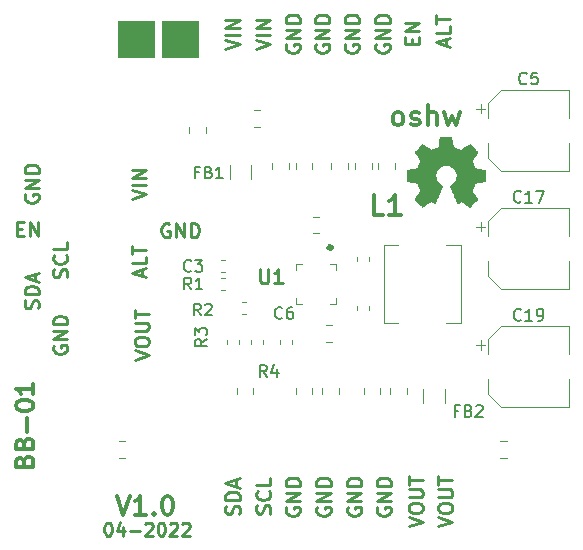
<source format=gbr>
%TF.GenerationSoftware,KiCad,Pcbnew,(5.1.6)-1*%
%TF.CreationDate,2022-04-15T15:17:14-04:00*%
%TF.ProjectId,MP28167 - Breakout,4d503238-3136-4372-902d-20427265616b,V1.0*%
%TF.SameCoordinates,Original*%
%TF.FileFunction,Legend,Top*%
%TF.FilePolarity,Positive*%
%FSLAX46Y46*%
G04 Gerber Fmt 4.6, Leading zero omitted, Abs format (unit mm)*
G04 Created by KiCad (PCBNEW (5.1.6)-1) date 2022-04-15 15:17:14*
%MOMM*%
%LPD*%
G01*
G04 APERTURE LIST*
%ADD10C,0.100000*%
%ADD11C,0.300000*%
%ADD12C,0.250000*%
%ADD13C,0.400000*%
%ADD14C,0.220000*%
%ADD15C,0.350000*%
%ADD16C,0.120000*%
%ADD17C,0.010000*%
%ADD18C,0.150000*%
%ADD19C,0.200000*%
G04 APERTURE END LIST*
D10*
G36*
X85000000Y-94250000D02*
G01*
X82000000Y-94250000D01*
X82000000Y-91250000D01*
X85000000Y-91250000D01*
X85000000Y-94250000D01*
G37*
X85000000Y-94250000D02*
X82000000Y-94250000D01*
X82000000Y-91250000D01*
X85000000Y-91250000D01*
X85000000Y-94250000D01*
G36*
X81250000Y-94250000D02*
G01*
X78250000Y-94250000D01*
X78250000Y-91250000D01*
X81250000Y-91250000D01*
X81250000Y-94250000D01*
G37*
X81250000Y-94250000D02*
X78250000Y-94250000D01*
X78250000Y-91250000D01*
X81250000Y-91250000D01*
X81250000Y-94250000D01*
D11*
X70292857Y-128500000D02*
X70364285Y-128285714D01*
X70435714Y-128214285D01*
X70578571Y-128142857D01*
X70792857Y-128142857D01*
X70935714Y-128214285D01*
X71007142Y-128285714D01*
X71078571Y-128428571D01*
X71078571Y-129000000D01*
X69578571Y-129000000D01*
X69578571Y-128500000D01*
X69650000Y-128357142D01*
X69721428Y-128285714D01*
X69864285Y-128214285D01*
X70007142Y-128214285D01*
X70150000Y-128285714D01*
X70221428Y-128357142D01*
X70292857Y-128500000D01*
X70292857Y-129000000D01*
X70292857Y-127000000D02*
X70364285Y-126785714D01*
X70435714Y-126714285D01*
X70578571Y-126642857D01*
X70792857Y-126642857D01*
X70935714Y-126714285D01*
X71007142Y-126785714D01*
X71078571Y-126928571D01*
X71078571Y-127500000D01*
X69578571Y-127500000D01*
X69578571Y-127000000D01*
X69650000Y-126857142D01*
X69721428Y-126785714D01*
X69864285Y-126714285D01*
X70007142Y-126714285D01*
X70150000Y-126785714D01*
X70221428Y-126857142D01*
X70292857Y-127000000D01*
X70292857Y-127500000D01*
X70507142Y-126000000D02*
X70507142Y-124857142D01*
X69578571Y-123857142D02*
X69578571Y-123714285D01*
X69650000Y-123571428D01*
X69721428Y-123500000D01*
X69864285Y-123428571D01*
X70150000Y-123357142D01*
X70507142Y-123357142D01*
X70792857Y-123428571D01*
X70935714Y-123500000D01*
X71007142Y-123571428D01*
X71078571Y-123714285D01*
X71078571Y-123857142D01*
X71007142Y-124000000D01*
X70935714Y-124071428D01*
X70792857Y-124142857D01*
X70507142Y-124214285D01*
X70150000Y-124214285D01*
X69864285Y-124142857D01*
X69721428Y-124071428D01*
X69650000Y-124000000D01*
X69578571Y-123857142D01*
X71078571Y-121928571D02*
X71078571Y-122785714D01*
X71078571Y-122357142D02*
X69578571Y-122357142D01*
X69792857Y-122500000D01*
X69935714Y-122642857D01*
X70007142Y-122785714D01*
D12*
X80300000Y-112828571D02*
X80300000Y-112257142D01*
X80642857Y-112942857D02*
X79442857Y-112542857D01*
X80642857Y-112142857D01*
X80642857Y-111171428D02*
X80642857Y-111742857D01*
X79442857Y-111742857D01*
X79442857Y-110942857D02*
X79442857Y-110257142D01*
X80642857Y-110600000D02*
X79442857Y-110600000D01*
X69714285Y-108814285D02*
X70114285Y-108814285D01*
X70285714Y-109442857D02*
X69714285Y-109442857D01*
X69714285Y-108242857D01*
X70285714Y-108242857D01*
X70800000Y-109442857D02*
X70800000Y-108242857D01*
X71485714Y-109442857D01*
X71485714Y-108242857D01*
X71485714Y-115557142D02*
X71542857Y-115385714D01*
X71542857Y-115100000D01*
X71485714Y-114985714D01*
X71428571Y-114928571D01*
X71314285Y-114871428D01*
X71200000Y-114871428D01*
X71085714Y-114928571D01*
X71028571Y-114985714D01*
X70971428Y-115100000D01*
X70914285Y-115328571D01*
X70857142Y-115442857D01*
X70800000Y-115500000D01*
X70685714Y-115557142D01*
X70571428Y-115557142D01*
X70457142Y-115500000D01*
X70400000Y-115442857D01*
X70342857Y-115328571D01*
X70342857Y-115042857D01*
X70400000Y-114871428D01*
X71542857Y-114357142D02*
X70342857Y-114357142D01*
X70342857Y-114071428D01*
X70400000Y-113900000D01*
X70514285Y-113785714D01*
X70628571Y-113728571D01*
X70857142Y-113671428D01*
X71028571Y-113671428D01*
X71257142Y-113728571D01*
X71371428Y-113785714D01*
X71485714Y-113900000D01*
X71542857Y-114071428D01*
X71542857Y-114357142D01*
X71200000Y-113214285D02*
X71200000Y-112642857D01*
X71542857Y-113328571D02*
X70342857Y-112928571D01*
X71542857Y-112528571D01*
X73885714Y-112928571D02*
X73942857Y-112757142D01*
X73942857Y-112471428D01*
X73885714Y-112357142D01*
X73828571Y-112300000D01*
X73714285Y-112242857D01*
X73600000Y-112242857D01*
X73485714Y-112300000D01*
X73428571Y-112357142D01*
X73371428Y-112471428D01*
X73314285Y-112700000D01*
X73257142Y-112814285D01*
X73200000Y-112871428D01*
X73085714Y-112928571D01*
X72971428Y-112928571D01*
X72857142Y-112871428D01*
X72800000Y-112814285D01*
X72742857Y-112700000D01*
X72742857Y-112414285D01*
X72800000Y-112242857D01*
X73828571Y-111042857D02*
X73885714Y-111100000D01*
X73942857Y-111271428D01*
X73942857Y-111385714D01*
X73885714Y-111557142D01*
X73771428Y-111671428D01*
X73657142Y-111728571D01*
X73428571Y-111785714D01*
X73257142Y-111785714D01*
X73028571Y-111728571D01*
X72914285Y-111671428D01*
X72800000Y-111557142D01*
X72742857Y-111385714D01*
X72742857Y-111271428D01*
X72800000Y-111100000D01*
X72857142Y-111042857D01*
X73942857Y-109957142D02*
X73942857Y-110528571D01*
X72742857Y-110528571D01*
X79642857Y-119914285D02*
X80842857Y-119514285D01*
X79642857Y-119114285D01*
X79642857Y-118485714D02*
X79642857Y-118257142D01*
X79700000Y-118142857D01*
X79814285Y-118028571D01*
X80042857Y-117971428D01*
X80442857Y-117971428D01*
X80671428Y-118028571D01*
X80785714Y-118142857D01*
X80842857Y-118257142D01*
X80842857Y-118485714D01*
X80785714Y-118600000D01*
X80671428Y-118714285D01*
X80442857Y-118771428D01*
X80042857Y-118771428D01*
X79814285Y-118714285D01*
X79700000Y-118600000D01*
X79642857Y-118485714D01*
X79642857Y-117457142D02*
X80614285Y-117457142D01*
X80728571Y-117400000D01*
X80785714Y-117342857D01*
X80842857Y-117228571D01*
X80842857Y-117000000D01*
X80785714Y-116885714D01*
X80728571Y-116828571D01*
X80614285Y-116771428D01*
X79642857Y-116771428D01*
X79642857Y-116371428D02*
X79642857Y-115685714D01*
X80842857Y-116028571D02*
X79642857Y-116028571D01*
X79442857Y-106314285D02*
X80642857Y-105914285D01*
X79442857Y-105514285D01*
X80642857Y-105114285D02*
X79442857Y-105114285D01*
X80642857Y-104542857D02*
X79442857Y-104542857D01*
X80642857Y-103857142D01*
X79442857Y-103857142D01*
X70400000Y-105914285D02*
X70342857Y-106028571D01*
X70342857Y-106200000D01*
X70400000Y-106371428D01*
X70514285Y-106485714D01*
X70628571Y-106542857D01*
X70857142Y-106600000D01*
X71028571Y-106600000D01*
X71257142Y-106542857D01*
X71371428Y-106485714D01*
X71485714Y-106371428D01*
X71542857Y-106200000D01*
X71542857Y-106085714D01*
X71485714Y-105914285D01*
X71428571Y-105857142D01*
X71028571Y-105857142D01*
X71028571Y-106085714D01*
X71542857Y-105342857D02*
X70342857Y-105342857D01*
X71542857Y-104657142D01*
X70342857Y-104657142D01*
X71542857Y-104085714D02*
X70342857Y-104085714D01*
X70342857Y-103800000D01*
X70400000Y-103628571D01*
X70514285Y-103514285D01*
X70628571Y-103457142D01*
X70857142Y-103400000D01*
X71028571Y-103400000D01*
X71257142Y-103457142D01*
X71371428Y-103514285D01*
X71485714Y-103628571D01*
X71542857Y-103800000D01*
X71542857Y-104085714D01*
X82585714Y-108400000D02*
X82471428Y-108342857D01*
X82300000Y-108342857D01*
X82128571Y-108400000D01*
X82014285Y-108514285D01*
X81957142Y-108628571D01*
X81900000Y-108857142D01*
X81900000Y-109028571D01*
X81957142Y-109257142D01*
X82014285Y-109371428D01*
X82128571Y-109485714D01*
X82300000Y-109542857D01*
X82414285Y-109542857D01*
X82585714Y-109485714D01*
X82642857Y-109428571D01*
X82642857Y-109028571D01*
X82414285Y-109028571D01*
X83157142Y-109542857D02*
X83157142Y-108342857D01*
X83842857Y-109542857D01*
X83842857Y-108342857D01*
X84414285Y-109542857D02*
X84414285Y-108342857D01*
X84700000Y-108342857D01*
X84871428Y-108400000D01*
X84985714Y-108514285D01*
X85042857Y-108628571D01*
X85100000Y-108857142D01*
X85100000Y-109028571D01*
X85042857Y-109257142D01*
X84985714Y-109371428D01*
X84871428Y-109485714D01*
X84700000Y-109542857D01*
X84414285Y-109542857D01*
X72800000Y-118714285D02*
X72742857Y-118828571D01*
X72742857Y-119000000D01*
X72800000Y-119171428D01*
X72914285Y-119285714D01*
X73028571Y-119342857D01*
X73257142Y-119400000D01*
X73428571Y-119400000D01*
X73657142Y-119342857D01*
X73771428Y-119285714D01*
X73885714Y-119171428D01*
X73942857Y-119000000D01*
X73942857Y-118885714D01*
X73885714Y-118714285D01*
X73828571Y-118657142D01*
X73428571Y-118657142D01*
X73428571Y-118885714D01*
X73942857Y-118142857D02*
X72742857Y-118142857D01*
X73942857Y-117457142D01*
X72742857Y-117457142D01*
X73942857Y-116885714D02*
X72742857Y-116885714D01*
X72742857Y-116600000D01*
X72800000Y-116428571D01*
X72914285Y-116314285D01*
X73028571Y-116257142D01*
X73257142Y-116200000D01*
X73428571Y-116200000D01*
X73657142Y-116257142D01*
X73771428Y-116314285D01*
X73885714Y-116428571D01*
X73942857Y-116600000D01*
X73942857Y-116885714D01*
D13*
X96341421Y-110400000D02*
G75*
G03*
X96341421Y-110400000I-141421J0D01*
G01*
D12*
X87342857Y-93614285D02*
X88542857Y-93214285D01*
X87342857Y-92814285D01*
X88542857Y-92414285D02*
X87342857Y-92414285D01*
X88542857Y-91842857D02*
X87342857Y-91842857D01*
X88542857Y-91157142D01*
X87342857Y-91157142D01*
X89942857Y-93614285D02*
X91142857Y-93214285D01*
X89942857Y-92814285D01*
X91142857Y-92414285D02*
X89942857Y-92414285D01*
X91142857Y-91842857D02*
X89942857Y-91842857D01*
X91142857Y-91157142D01*
X89942857Y-91157142D01*
X106000000Y-93328571D02*
X106000000Y-92757142D01*
X106342857Y-93442857D02*
X105142857Y-93042857D01*
X106342857Y-92642857D01*
X106342857Y-91671428D02*
X106342857Y-92242857D01*
X105142857Y-92242857D01*
X105142857Y-91442857D02*
X105142857Y-90757142D01*
X106342857Y-91100000D02*
X105142857Y-91100000D01*
X103114285Y-93185714D02*
X103114285Y-92785714D01*
X103742857Y-92614285D02*
X103742857Y-93185714D01*
X102542857Y-93185714D01*
X102542857Y-92614285D01*
X103742857Y-92100000D02*
X102542857Y-92100000D01*
X103742857Y-91414285D01*
X102542857Y-91414285D01*
X100100000Y-93214285D02*
X100042857Y-93328571D01*
X100042857Y-93500000D01*
X100100000Y-93671428D01*
X100214285Y-93785714D01*
X100328571Y-93842857D01*
X100557142Y-93900000D01*
X100728571Y-93900000D01*
X100957142Y-93842857D01*
X101071428Y-93785714D01*
X101185714Y-93671428D01*
X101242857Y-93500000D01*
X101242857Y-93385714D01*
X101185714Y-93214285D01*
X101128571Y-93157142D01*
X100728571Y-93157142D01*
X100728571Y-93385714D01*
X101242857Y-92642857D02*
X100042857Y-92642857D01*
X101242857Y-91957142D01*
X100042857Y-91957142D01*
X101242857Y-91385714D02*
X100042857Y-91385714D01*
X100042857Y-91100000D01*
X100100000Y-90928571D01*
X100214285Y-90814285D01*
X100328571Y-90757142D01*
X100557142Y-90700000D01*
X100728571Y-90700000D01*
X100957142Y-90757142D01*
X101071428Y-90814285D01*
X101185714Y-90928571D01*
X101242857Y-91100000D01*
X101242857Y-91385714D01*
X97500000Y-93214285D02*
X97442857Y-93328571D01*
X97442857Y-93500000D01*
X97500000Y-93671428D01*
X97614285Y-93785714D01*
X97728571Y-93842857D01*
X97957142Y-93900000D01*
X98128571Y-93900000D01*
X98357142Y-93842857D01*
X98471428Y-93785714D01*
X98585714Y-93671428D01*
X98642857Y-93500000D01*
X98642857Y-93385714D01*
X98585714Y-93214285D01*
X98528571Y-93157142D01*
X98128571Y-93157142D01*
X98128571Y-93385714D01*
X98642857Y-92642857D02*
X97442857Y-92642857D01*
X98642857Y-91957142D01*
X97442857Y-91957142D01*
X98642857Y-91385714D02*
X97442857Y-91385714D01*
X97442857Y-91100000D01*
X97500000Y-90928571D01*
X97614285Y-90814285D01*
X97728571Y-90757142D01*
X97957142Y-90700000D01*
X98128571Y-90700000D01*
X98357142Y-90757142D01*
X98471428Y-90814285D01*
X98585714Y-90928571D01*
X98642857Y-91100000D01*
X98642857Y-91385714D01*
X95000000Y-93214285D02*
X94942857Y-93328571D01*
X94942857Y-93500000D01*
X95000000Y-93671428D01*
X95114285Y-93785714D01*
X95228571Y-93842857D01*
X95457142Y-93900000D01*
X95628571Y-93900000D01*
X95857142Y-93842857D01*
X95971428Y-93785714D01*
X96085714Y-93671428D01*
X96142857Y-93500000D01*
X96142857Y-93385714D01*
X96085714Y-93214285D01*
X96028571Y-93157142D01*
X95628571Y-93157142D01*
X95628571Y-93385714D01*
X96142857Y-92642857D02*
X94942857Y-92642857D01*
X96142857Y-91957142D01*
X94942857Y-91957142D01*
X96142857Y-91385714D02*
X94942857Y-91385714D01*
X94942857Y-91100000D01*
X95000000Y-90928571D01*
X95114285Y-90814285D01*
X95228571Y-90757142D01*
X95457142Y-90700000D01*
X95628571Y-90700000D01*
X95857142Y-90757142D01*
X95971428Y-90814285D01*
X96085714Y-90928571D01*
X96142857Y-91100000D01*
X96142857Y-91385714D01*
X92500000Y-93214285D02*
X92442857Y-93328571D01*
X92442857Y-93500000D01*
X92500000Y-93671428D01*
X92614285Y-93785714D01*
X92728571Y-93842857D01*
X92957142Y-93900000D01*
X93128571Y-93900000D01*
X93357142Y-93842857D01*
X93471428Y-93785714D01*
X93585714Y-93671428D01*
X93642857Y-93500000D01*
X93642857Y-93385714D01*
X93585714Y-93214285D01*
X93528571Y-93157142D01*
X93128571Y-93157142D01*
X93128571Y-93385714D01*
X93642857Y-92642857D02*
X92442857Y-92642857D01*
X93642857Y-91957142D01*
X92442857Y-91957142D01*
X93642857Y-91385714D02*
X92442857Y-91385714D01*
X92442857Y-91100000D01*
X92500000Y-90928571D01*
X92614285Y-90814285D01*
X92728571Y-90757142D01*
X92957142Y-90700000D01*
X93128571Y-90700000D01*
X93357142Y-90757142D01*
X93471428Y-90814285D01*
X93585714Y-90928571D01*
X93642857Y-91100000D01*
X93642857Y-91385714D01*
X105342857Y-134014285D02*
X106542857Y-133614285D01*
X105342857Y-133214285D01*
X105342857Y-132585714D02*
X105342857Y-132357142D01*
X105400000Y-132242857D01*
X105514285Y-132128571D01*
X105742857Y-132071428D01*
X106142857Y-132071428D01*
X106371428Y-132128571D01*
X106485714Y-132242857D01*
X106542857Y-132357142D01*
X106542857Y-132585714D01*
X106485714Y-132700000D01*
X106371428Y-132814285D01*
X106142857Y-132871428D01*
X105742857Y-132871428D01*
X105514285Y-132814285D01*
X105400000Y-132700000D01*
X105342857Y-132585714D01*
X105342857Y-131557142D02*
X106314285Y-131557142D01*
X106428571Y-131500000D01*
X106485714Y-131442857D01*
X106542857Y-131328571D01*
X106542857Y-131100000D01*
X106485714Y-130985714D01*
X106428571Y-130928571D01*
X106314285Y-130871428D01*
X105342857Y-130871428D01*
X105342857Y-130471428D02*
X105342857Y-129785714D01*
X106542857Y-130128571D02*
X105342857Y-130128571D01*
X102842857Y-134014285D02*
X104042857Y-133614285D01*
X102842857Y-133214285D01*
X102842857Y-132585714D02*
X102842857Y-132357142D01*
X102900000Y-132242857D01*
X103014285Y-132128571D01*
X103242857Y-132071428D01*
X103642857Y-132071428D01*
X103871428Y-132128571D01*
X103985714Y-132242857D01*
X104042857Y-132357142D01*
X104042857Y-132585714D01*
X103985714Y-132700000D01*
X103871428Y-132814285D01*
X103642857Y-132871428D01*
X103242857Y-132871428D01*
X103014285Y-132814285D01*
X102900000Y-132700000D01*
X102842857Y-132585714D01*
X102842857Y-131557142D02*
X103814285Y-131557142D01*
X103928571Y-131500000D01*
X103985714Y-131442857D01*
X104042857Y-131328571D01*
X104042857Y-131100000D01*
X103985714Y-130985714D01*
X103928571Y-130928571D01*
X103814285Y-130871428D01*
X102842857Y-130871428D01*
X102842857Y-130471428D02*
X102842857Y-129785714D01*
X104042857Y-130128571D02*
X102842857Y-130128571D01*
X100200000Y-132414285D02*
X100142857Y-132528571D01*
X100142857Y-132700000D01*
X100200000Y-132871428D01*
X100314285Y-132985714D01*
X100428571Y-133042857D01*
X100657142Y-133100000D01*
X100828571Y-133100000D01*
X101057142Y-133042857D01*
X101171428Y-132985714D01*
X101285714Y-132871428D01*
X101342857Y-132700000D01*
X101342857Y-132585714D01*
X101285714Y-132414285D01*
X101228571Y-132357142D01*
X100828571Y-132357142D01*
X100828571Y-132585714D01*
X101342857Y-131842857D02*
X100142857Y-131842857D01*
X101342857Y-131157142D01*
X100142857Y-131157142D01*
X101342857Y-130585714D02*
X100142857Y-130585714D01*
X100142857Y-130300000D01*
X100200000Y-130128571D01*
X100314285Y-130014285D01*
X100428571Y-129957142D01*
X100657142Y-129900000D01*
X100828571Y-129900000D01*
X101057142Y-129957142D01*
X101171428Y-130014285D01*
X101285714Y-130128571D01*
X101342857Y-130300000D01*
X101342857Y-130585714D01*
X97700000Y-132414285D02*
X97642857Y-132528571D01*
X97642857Y-132700000D01*
X97700000Y-132871428D01*
X97814285Y-132985714D01*
X97928571Y-133042857D01*
X98157142Y-133100000D01*
X98328571Y-133100000D01*
X98557142Y-133042857D01*
X98671428Y-132985714D01*
X98785714Y-132871428D01*
X98842857Y-132700000D01*
X98842857Y-132585714D01*
X98785714Y-132414285D01*
X98728571Y-132357142D01*
X98328571Y-132357142D01*
X98328571Y-132585714D01*
X98842857Y-131842857D02*
X97642857Y-131842857D01*
X98842857Y-131157142D01*
X97642857Y-131157142D01*
X98842857Y-130585714D02*
X97642857Y-130585714D01*
X97642857Y-130300000D01*
X97700000Y-130128571D01*
X97814285Y-130014285D01*
X97928571Y-129957142D01*
X98157142Y-129900000D01*
X98328571Y-129900000D01*
X98557142Y-129957142D01*
X98671428Y-130014285D01*
X98785714Y-130128571D01*
X98842857Y-130300000D01*
X98842857Y-130585714D01*
X95100000Y-132414285D02*
X95042857Y-132528571D01*
X95042857Y-132700000D01*
X95100000Y-132871428D01*
X95214285Y-132985714D01*
X95328571Y-133042857D01*
X95557142Y-133100000D01*
X95728571Y-133100000D01*
X95957142Y-133042857D01*
X96071428Y-132985714D01*
X96185714Y-132871428D01*
X96242857Y-132700000D01*
X96242857Y-132585714D01*
X96185714Y-132414285D01*
X96128571Y-132357142D01*
X95728571Y-132357142D01*
X95728571Y-132585714D01*
X96242857Y-131842857D02*
X95042857Y-131842857D01*
X96242857Y-131157142D01*
X95042857Y-131157142D01*
X96242857Y-130585714D02*
X95042857Y-130585714D01*
X95042857Y-130300000D01*
X95100000Y-130128571D01*
X95214285Y-130014285D01*
X95328571Y-129957142D01*
X95557142Y-129900000D01*
X95728571Y-129900000D01*
X95957142Y-129957142D01*
X96071428Y-130014285D01*
X96185714Y-130128571D01*
X96242857Y-130300000D01*
X96242857Y-130585714D01*
X92500000Y-132414285D02*
X92442857Y-132528571D01*
X92442857Y-132700000D01*
X92500000Y-132871428D01*
X92614285Y-132985714D01*
X92728571Y-133042857D01*
X92957142Y-133100000D01*
X93128571Y-133100000D01*
X93357142Y-133042857D01*
X93471428Y-132985714D01*
X93585714Y-132871428D01*
X93642857Y-132700000D01*
X93642857Y-132585714D01*
X93585714Y-132414285D01*
X93528571Y-132357142D01*
X93128571Y-132357142D01*
X93128571Y-132585714D01*
X93642857Y-131842857D02*
X92442857Y-131842857D01*
X93642857Y-131157142D01*
X92442857Y-131157142D01*
X93642857Y-130585714D02*
X92442857Y-130585714D01*
X92442857Y-130300000D01*
X92500000Y-130128571D01*
X92614285Y-130014285D01*
X92728571Y-129957142D01*
X92957142Y-129900000D01*
X93128571Y-129900000D01*
X93357142Y-129957142D01*
X93471428Y-130014285D01*
X93585714Y-130128571D01*
X93642857Y-130300000D01*
X93642857Y-130585714D01*
X91085714Y-132928571D02*
X91142857Y-132757142D01*
X91142857Y-132471428D01*
X91085714Y-132357142D01*
X91028571Y-132300000D01*
X90914285Y-132242857D01*
X90800000Y-132242857D01*
X90685714Y-132300000D01*
X90628571Y-132357142D01*
X90571428Y-132471428D01*
X90514285Y-132700000D01*
X90457142Y-132814285D01*
X90400000Y-132871428D01*
X90285714Y-132928571D01*
X90171428Y-132928571D01*
X90057142Y-132871428D01*
X90000000Y-132814285D01*
X89942857Y-132700000D01*
X89942857Y-132414285D01*
X90000000Y-132242857D01*
X91028571Y-131042857D02*
X91085714Y-131100000D01*
X91142857Y-131271428D01*
X91142857Y-131385714D01*
X91085714Y-131557142D01*
X90971428Y-131671428D01*
X90857142Y-131728571D01*
X90628571Y-131785714D01*
X90457142Y-131785714D01*
X90228571Y-131728571D01*
X90114285Y-131671428D01*
X90000000Y-131557142D01*
X89942857Y-131385714D01*
X89942857Y-131271428D01*
X90000000Y-131100000D01*
X90057142Y-131042857D01*
X91142857Y-129957142D02*
X91142857Y-130528571D01*
X89942857Y-130528571D01*
X88485714Y-132957142D02*
X88542857Y-132785714D01*
X88542857Y-132500000D01*
X88485714Y-132385714D01*
X88428571Y-132328571D01*
X88314285Y-132271428D01*
X88200000Y-132271428D01*
X88085714Y-132328571D01*
X88028571Y-132385714D01*
X87971428Y-132500000D01*
X87914285Y-132728571D01*
X87857142Y-132842857D01*
X87800000Y-132900000D01*
X87685714Y-132957142D01*
X87571428Y-132957142D01*
X87457142Y-132900000D01*
X87400000Y-132842857D01*
X87342857Y-132728571D01*
X87342857Y-132442857D01*
X87400000Y-132271428D01*
X88542857Y-131757142D02*
X87342857Y-131757142D01*
X87342857Y-131471428D01*
X87400000Y-131300000D01*
X87514285Y-131185714D01*
X87628571Y-131128571D01*
X87857142Y-131071428D01*
X88028571Y-131071428D01*
X88257142Y-131128571D01*
X88371428Y-131185714D01*
X88485714Y-131300000D01*
X88542857Y-131471428D01*
X88542857Y-131757142D01*
X88200000Y-130614285D02*
X88200000Y-130042857D01*
X88542857Y-130728571D02*
X87342857Y-130328571D01*
X88542857Y-129928571D01*
D14*
X77347619Y-133697619D02*
X77452380Y-133697619D01*
X77557142Y-133750000D01*
X77609523Y-133802380D01*
X77661904Y-133907142D01*
X77714285Y-134116666D01*
X77714285Y-134378571D01*
X77661904Y-134588095D01*
X77609523Y-134692857D01*
X77557142Y-134745238D01*
X77452380Y-134797619D01*
X77347619Y-134797619D01*
X77242857Y-134745238D01*
X77190476Y-134692857D01*
X77138095Y-134588095D01*
X77085714Y-134378571D01*
X77085714Y-134116666D01*
X77138095Y-133907142D01*
X77190476Y-133802380D01*
X77242857Y-133750000D01*
X77347619Y-133697619D01*
X78657142Y-134064285D02*
X78657142Y-134797619D01*
X78395238Y-133645238D02*
X78133333Y-134430952D01*
X78814285Y-134430952D01*
X79233333Y-134378571D02*
X80071428Y-134378571D01*
X80542857Y-133802380D02*
X80595238Y-133750000D01*
X80700000Y-133697619D01*
X80961904Y-133697619D01*
X81066666Y-133750000D01*
X81119047Y-133802380D01*
X81171428Y-133907142D01*
X81171428Y-134011904D01*
X81119047Y-134169047D01*
X80490476Y-134797619D01*
X81171428Y-134797619D01*
X81852380Y-133697619D02*
X81957142Y-133697619D01*
X82061904Y-133750000D01*
X82114285Y-133802380D01*
X82166666Y-133907142D01*
X82219047Y-134116666D01*
X82219047Y-134378571D01*
X82166666Y-134588095D01*
X82114285Y-134692857D01*
X82061904Y-134745238D01*
X81957142Y-134797619D01*
X81852380Y-134797619D01*
X81747619Y-134745238D01*
X81695238Y-134692857D01*
X81642857Y-134588095D01*
X81590476Y-134378571D01*
X81590476Y-134116666D01*
X81642857Y-133907142D01*
X81695238Y-133802380D01*
X81747619Y-133750000D01*
X81852380Y-133697619D01*
X82638095Y-133802380D02*
X82690476Y-133750000D01*
X82795238Y-133697619D01*
X83057142Y-133697619D01*
X83161904Y-133750000D01*
X83214285Y-133802380D01*
X83266666Y-133907142D01*
X83266666Y-134011904D01*
X83214285Y-134169047D01*
X82585714Y-134797619D01*
X83266666Y-134797619D01*
X83685714Y-133802380D02*
X83738095Y-133750000D01*
X83842857Y-133697619D01*
X84104761Y-133697619D01*
X84209523Y-133750000D01*
X84261904Y-133802380D01*
X84314285Y-133907142D01*
X84314285Y-134011904D01*
X84261904Y-134169047D01*
X83633333Y-134797619D01*
X84314285Y-134797619D01*
D15*
X101830952Y-100069047D02*
X101669047Y-99988095D01*
X101588095Y-99907142D01*
X101507142Y-99745238D01*
X101507142Y-99259523D01*
X101588095Y-99097619D01*
X101669047Y-99016666D01*
X101830952Y-98935714D01*
X102073809Y-98935714D01*
X102235714Y-99016666D01*
X102316666Y-99097619D01*
X102397619Y-99259523D01*
X102397619Y-99745238D01*
X102316666Y-99907142D01*
X102235714Y-99988095D01*
X102073809Y-100069047D01*
X101830952Y-100069047D01*
X103045238Y-99988095D02*
X103207142Y-100069047D01*
X103530952Y-100069047D01*
X103692857Y-99988095D01*
X103773809Y-99826190D01*
X103773809Y-99745238D01*
X103692857Y-99583333D01*
X103530952Y-99502380D01*
X103288095Y-99502380D01*
X103126190Y-99421428D01*
X103045238Y-99259523D01*
X103045238Y-99178571D01*
X103126190Y-99016666D01*
X103288095Y-98935714D01*
X103530952Y-98935714D01*
X103692857Y-99016666D01*
X104502380Y-100069047D02*
X104502380Y-98369047D01*
X105230952Y-100069047D02*
X105230952Y-99178571D01*
X105150000Y-99016666D01*
X104988095Y-98935714D01*
X104745238Y-98935714D01*
X104583333Y-99016666D01*
X104502380Y-99097619D01*
X105878571Y-98935714D02*
X106202380Y-100069047D01*
X106526190Y-99259523D01*
X106850000Y-100069047D01*
X107173809Y-98935714D01*
X78161904Y-131423809D02*
X78695238Y-133023809D01*
X79228571Y-131423809D01*
X80600000Y-133023809D02*
X79685714Y-133023809D01*
X80142857Y-133023809D02*
X80142857Y-131423809D01*
X79990476Y-131652380D01*
X79838095Y-131804761D01*
X79685714Y-131880952D01*
X81285714Y-132871428D02*
X81361904Y-132947619D01*
X81285714Y-133023809D01*
X81209523Y-132947619D01*
X81285714Y-132871428D01*
X81285714Y-133023809D01*
X82352380Y-131423809D02*
X82504761Y-131423809D01*
X82657142Y-131500000D01*
X82733333Y-131576190D01*
X82809523Y-131728571D01*
X82885714Y-132033333D01*
X82885714Y-132414285D01*
X82809523Y-132719047D01*
X82733333Y-132871428D01*
X82657142Y-132947619D01*
X82504761Y-133023809D01*
X82352380Y-133023809D01*
X82200000Y-132947619D01*
X82123809Y-132871428D01*
X82047619Y-132719047D01*
X81971428Y-132414285D01*
X81971428Y-132033333D01*
X82047619Y-131728571D01*
X82123809Y-131576190D01*
X82200000Y-131500000D01*
X82352380Y-131423809D01*
D16*
%TO.C,C3*%
X87296267Y-111490000D02*
X86953733Y-111490000D01*
X87296267Y-112510000D02*
X86953733Y-112510000D01*
%TO.C,R1*%
X87296267Y-112990000D02*
X86953733Y-112990000D01*
X87296267Y-114010000D02*
X86953733Y-114010000D01*
%TO.C,R2*%
X89046267Y-116010000D02*
X88703733Y-116010000D01*
X89046267Y-114990000D02*
X88703733Y-114990000D01*
%TO.C,C7*%
X94710000Y-103736252D02*
X94710000Y-103213748D01*
X93290000Y-103736252D02*
X93290000Y-103213748D01*
D17*
%TO.C,LOGO1*%
G36*
X106555814Y-101468931D02*
G01*
X106639635Y-101913555D01*
X106948920Y-102041053D01*
X107258206Y-102168551D01*
X107629246Y-101916246D01*
X107733157Y-101845996D01*
X107827087Y-101783272D01*
X107906652Y-101730938D01*
X107967470Y-101691857D01*
X108005157Y-101668893D01*
X108015421Y-101663942D01*
X108033910Y-101676676D01*
X108073420Y-101711882D01*
X108129522Y-101765062D01*
X108197787Y-101831718D01*
X108273786Y-101907354D01*
X108353092Y-101987472D01*
X108431275Y-102067574D01*
X108503907Y-102143164D01*
X108566559Y-102209745D01*
X108614803Y-102262818D01*
X108644210Y-102297887D01*
X108651241Y-102309623D01*
X108641123Y-102331260D01*
X108612759Y-102378662D01*
X108569129Y-102447193D01*
X108513218Y-102532215D01*
X108448006Y-102629093D01*
X108410219Y-102684350D01*
X108341343Y-102785248D01*
X108280140Y-102876299D01*
X108229578Y-102952970D01*
X108192628Y-103010728D01*
X108172258Y-103045043D01*
X108169197Y-103052254D01*
X108176136Y-103072748D01*
X108195051Y-103120513D01*
X108223087Y-103188832D01*
X108257391Y-103270989D01*
X108295109Y-103360270D01*
X108333387Y-103449958D01*
X108369370Y-103533338D01*
X108400206Y-103603694D01*
X108423039Y-103654310D01*
X108435017Y-103678471D01*
X108435724Y-103679422D01*
X108454531Y-103684036D01*
X108504618Y-103694328D01*
X108580793Y-103709287D01*
X108677865Y-103727901D01*
X108790643Y-103749159D01*
X108856442Y-103761418D01*
X108976950Y-103784362D01*
X109085797Y-103806195D01*
X109177476Y-103825722D01*
X109246481Y-103841748D01*
X109287304Y-103853079D01*
X109295511Y-103856674D01*
X109303548Y-103881006D01*
X109310033Y-103935959D01*
X109314970Y-104015108D01*
X109318364Y-104112026D01*
X109320218Y-104220287D01*
X109320538Y-104333465D01*
X109319327Y-104445135D01*
X109316590Y-104548868D01*
X109312331Y-104638241D01*
X109306555Y-104706826D01*
X109299267Y-104748197D01*
X109294895Y-104756810D01*
X109268764Y-104767133D01*
X109213393Y-104781892D01*
X109136107Y-104799352D01*
X109044230Y-104817780D01*
X109012158Y-104823741D01*
X108857524Y-104852066D01*
X108735375Y-104874876D01*
X108641673Y-104893080D01*
X108572384Y-104907583D01*
X108523471Y-104919292D01*
X108490897Y-104929115D01*
X108470628Y-104937956D01*
X108458626Y-104946724D01*
X108456947Y-104948457D01*
X108440184Y-104976371D01*
X108414614Y-105030695D01*
X108382788Y-105104777D01*
X108347260Y-105191965D01*
X108310583Y-105285608D01*
X108275311Y-105379052D01*
X108243996Y-105465647D01*
X108219193Y-105538740D01*
X108203454Y-105591678D01*
X108199332Y-105617811D01*
X108199676Y-105618726D01*
X108213641Y-105640086D01*
X108245322Y-105687084D01*
X108291391Y-105754827D01*
X108348518Y-105838423D01*
X108413373Y-105932982D01*
X108431843Y-105959854D01*
X108497699Y-106057275D01*
X108555650Y-106146163D01*
X108602538Y-106221412D01*
X108635207Y-106277920D01*
X108650500Y-106310581D01*
X108651241Y-106314593D01*
X108638392Y-106335684D01*
X108602888Y-106377464D01*
X108549293Y-106435445D01*
X108482171Y-106505135D01*
X108406087Y-106582045D01*
X108325604Y-106661683D01*
X108245287Y-106739561D01*
X108169699Y-106811186D01*
X108103405Y-106872070D01*
X108050969Y-106917721D01*
X108016955Y-106943650D01*
X108007545Y-106947883D01*
X107985643Y-106937912D01*
X107940800Y-106911020D01*
X107880321Y-106871736D01*
X107833789Y-106840117D01*
X107749475Y-106782098D01*
X107649626Y-106713784D01*
X107549473Y-106645579D01*
X107495627Y-106609075D01*
X107313371Y-106485800D01*
X107160381Y-106568520D01*
X107090682Y-106604759D01*
X107031414Y-106632926D01*
X106991311Y-106648991D01*
X106981103Y-106651226D01*
X106968829Y-106634722D01*
X106944613Y-106588082D01*
X106910263Y-106515609D01*
X106867588Y-106421606D01*
X106818394Y-106310374D01*
X106764490Y-106186215D01*
X106707684Y-106053432D01*
X106649782Y-105916327D01*
X106592593Y-105779202D01*
X106537924Y-105646358D01*
X106487584Y-105522098D01*
X106443380Y-105410725D01*
X106407119Y-105316539D01*
X106380609Y-105243844D01*
X106365658Y-105196941D01*
X106363254Y-105180833D01*
X106382311Y-105160286D01*
X106424036Y-105126933D01*
X106479706Y-105087702D01*
X106484378Y-105084599D01*
X106628264Y-104969423D01*
X106744283Y-104835053D01*
X106831430Y-104685784D01*
X106888699Y-104525913D01*
X106915086Y-104359737D01*
X106909585Y-104191552D01*
X106871190Y-104025655D01*
X106798895Y-103866342D01*
X106777626Y-103831487D01*
X106666996Y-103690737D01*
X106536302Y-103577714D01*
X106390064Y-103493003D01*
X106232808Y-103437194D01*
X106069057Y-103410874D01*
X105903333Y-103414630D01*
X105740162Y-103449050D01*
X105584065Y-103514723D01*
X105439567Y-103612235D01*
X105394869Y-103651813D01*
X105281112Y-103775703D01*
X105198218Y-103906124D01*
X105141356Y-104052315D01*
X105109687Y-104197088D01*
X105101869Y-104359860D01*
X105127938Y-104523440D01*
X105185245Y-104682298D01*
X105271144Y-104830906D01*
X105382986Y-104963735D01*
X105518123Y-105075256D01*
X105535883Y-105087011D01*
X105592150Y-105125508D01*
X105634923Y-105158863D01*
X105655372Y-105180160D01*
X105655669Y-105180833D01*
X105651279Y-105203871D01*
X105633876Y-105256157D01*
X105605268Y-105333390D01*
X105567265Y-105431268D01*
X105521674Y-105545491D01*
X105470303Y-105671758D01*
X105414962Y-105805767D01*
X105357458Y-105943218D01*
X105299601Y-106079808D01*
X105243198Y-106211237D01*
X105190058Y-106333205D01*
X105141990Y-106441409D01*
X105100801Y-106531549D01*
X105068301Y-106599323D01*
X105046297Y-106640430D01*
X105037436Y-106651226D01*
X105010360Y-106642819D01*
X104959697Y-106620272D01*
X104894183Y-106587613D01*
X104858159Y-106568520D01*
X104705168Y-106485800D01*
X104522912Y-106609075D01*
X104429875Y-106672228D01*
X104328015Y-106741727D01*
X104232562Y-106807165D01*
X104184750Y-106840117D01*
X104117505Y-106885273D01*
X104060564Y-106921057D01*
X104021354Y-106942938D01*
X104008619Y-106947563D01*
X103990083Y-106935085D01*
X103949059Y-106900252D01*
X103889525Y-106846678D01*
X103815458Y-106777983D01*
X103730835Y-106697781D01*
X103677315Y-106646286D01*
X103583681Y-106554286D01*
X103502759Y-106471999D01*
X103437823Y-106402945D01*
X103392142Y-106350644D01*
X103368989Y-106318616D01*
X103366768Y-106312116D01*
X103377076Y-106287394D01*
X103405561Y-106237405D01*
X103449063Y-106167212D01*
X103504423Y-106081875D01*
X103568480Y-105986456D01*
X103586697Y-105959854D01*
X103653073Y-105863167D01*
X103712622Y-105776117D01*
X103762016Y-105703595D01*
X103797925Y-105650493D01*
X103817019Y-105621703D01*
X103818864Y-105618726D01*
X103816105Y-105595782D01*
X103801462Y-105545336D01*
X103777487Y-105474041D01*
X103746734Y-105388547D01*
X103711756Y-105295507D01*
X103675107Y-105201574D01*
X103639339Y-105113399D01*
X103607006Y-105037634D01*
X103580662Y-104980931D01*
X103562858Y-104949943D01*
X103561593Y-104948457D01*
X103550706Y-104939601D01*
X103532318Y-104930843D01*
X103502394Y-104921277D01*
X103456897Y-104909996D01*
X103391791Y-104896093D01*
X103303039Y-104878663D01*
X103186607Y-104856798D01*
X103038458Y-104829591D01*
X103006382Y-104823741D01*
X102911314Y-104805374D01*
X102828435Y-104787405D01*
X102765070Y-104771569D01*
X102728542Y-104759600D01*
X102723644Y-104756810D01*
X102715573Y-104732072D01*
X102709013Y-104676790D01*
X102703967Y-104597389D01*
X102700441Y-104500296D01*
X102698439Y-104391938D01*
X102697964Y-104278740D01*
X102699023Y-104167128D01*
X102701618Y-104063529D01*
X102705754Y-103974368D01*
X102711437Y-103906072D01*
X102718669Y-103865066D01*
X102723029Y-103856674D01*
X102747302Y-103848208D01*
X102802574Y-103834435D01*
X102883338Y-103816550D01*
X102984088Y-103795748D01*
X103099317Y-103773223D01*
X103162098Y-103761418D01*
X103281213Y-103739151D01*
X103387435Y-103718979D01*
X103475573Y-103701915D01*
X103540434Y-103688969D01*
X103576826Y-103681155D01*
X103582816Y-103679422D01*
X103592939Y-103659890D01*
X103614338Y-103612843D01*
X103644161Y-103545003D01*
X103679555Y-103463091D01*
X103717668Y-103373828D01*
X103755647Y-103283935D01*
X103790640Y-103200135D01*
X103819794Y-103129147D01*
X103840257Y-103077694D01*
X103849177Y-103052497D01*
X103849343Y-103051396D01*
X103839231Y-103031519D01*
X103810883Y-102985777D01*
X103767277Y-102918717D01*
X103711394Y-102834884D01*
X103646213Y-102738826D01*
X103608321Y-102683650D01*
X103539275Y-102582481D01*
X103477950Y-102490630D01*
X103427337Y-102412744D01*
X103390429Y-102353469D01*
X103370218Y-102317451D01*
X103367299Y-102309377D01*
X103379847Y-102290584D01*
X103414537Y-102250457D01*
X103466937Y-102193493D01*
X103532616Y-102124185D01*
X103607144Y-102047031D01*
X103686087Y-101966525D01*
X103765017Y-101887163D01*
X103839500Y-101813440D01*
X103905106Y-101749852D01*
X103957404Y-101700894D01*
X103991961Y-101671061D01*
X104003522Y-101663942D01*
X104022346Y-101673953D01*
X104067369Y-101702078D01*
X104134213Y-101745454D01*
X104218501Y-101801218D01*
X104315856Y-101866506D01*
X104389293Y-101916246D01*
X104760333Y-102168551D01*
X105378905Y-101913555D01*
X105462725Y-101468931D01*
X105546546Y-101024307D01*
X106471994Y-101024307D01*
X106555814Y-101468931D01*
G37*
X106555814Y-101468931D02*
X106639635Y-101913555D01*
X106948920Y-102041053D01*
X107258206Y-102168551D01*
X107629246Y-101916246D01*
X107733157Y-101845996D01*
X107827087Y-101783272D01*
X107906652Y-101730938D01*
X107967470Y-101691857D01*
X108005157Y-101668893D01*
X108015421Y-101663942D01*
X108033910Y-101676676D01*
X108073420Y-101711882D01*
X108129522Y-101765062D01*
X108197787Y-101831718D01*
X108273786Y-101907354D01*
X108353092Y-101987472D01*
X108431275Y-102067574D01*
X108503907Y-102143164D01*
X108566559Y-102209745D01*
X108614803Y-102262818D01*
X108644210Y-102297887D01*
X108651241Y-102309623D01*
X108641123Y-102331260D01*
X108612759Y-102378662D01*
X108569129Y-102447193D01*
X108513218Y-102532215D01*
X108448006Y-102629093D01*
X108410219Y-102684350D01*
X108341343Y-102785248D01*
X108280140Y-102876299D01*
X108229578Y-102952970D01*
X108192628Y-103010728D01*
X108172258Y-103045043D01*
X108169197Y-103052254D01*
X108176136Y-103072748D01*
X108195051Y-103120513D01*
X108223087Y-103188832D01*
X108257391Y-103270989D01*
X108295109Y-103360270D01*
X108333387Y-103449958D01*
X108369370Y-103533338D01*
X108400206Y-103603694D01*
X108423039Y-103654310D01*
X108435017Y-103678471D01*
X108435724Y-103679422D01*
X108454531Y-103684036D01*
X108504618Y-103694328D01*
X108580793Y-103709287D01*
X108677865Y-103727901D01*
X108790643Y-103749159D01*
X108856442Y-103761418D01*
X108976950Y-103784362D01*
X109085797Y-103806195D01*
X109177476Y-103825722D01*
X109246481Y-103841748D01*
X109287304Y-103853079D01*
X109295511Y-103856674D01*
X109303548Y-103881006D01*
X109310033Y-103935959D01*
X109314970Y-104015108D01*
X109318364Y-104112026D01*
X109320218Y-104220287D01*
X109320538Y-104333465D01*
X109319327Y-104445135D01*
X109316590Y-104548868D01*
X109312331Y-104638241D01*
X109306555Y-104706826D01*
X109299267Y-104748197D01*
X109294895Y-104756810D01*
X109268764Y-104767133D01*
X109213393Y-104781892D01*
X109136107Y-104799352D01*
X109044230Y-104817780D01*
X109012158Y-104823741D01*
X108857524Y-104852066D01*
X108735375Y-104874876D01*
X108641673Y-104893080D01*
X108572384Y-104907583D01*
X108523471Y-104919292D01*
X108490897Y-104929115D01*
X108470628Y-104937956D01*
X108458626Y-104946724D01*
X108456947Y-104948457D01*
X108440184Y-104976371D01*
X108414614Y-105030695D01*
X108382788Y-105104777D01*
X108347260Y-105191965D01*
X108310583Y-105285608D01*
X108275311Y-105379052D01*
X108243996Y-105465647D01*
X108219193Y-105538740D01*
X108203454Y-105591678D01*
X108199332Y-105617811D01*
X108199676Y-105618726D01*
X108213641Y-105640086D01*
X108245322Y-105687084D01*
X108291391Y-105754827D01*
X108348518Y-105838423D01*
X108413373Y-105932982D01*
X108431843Y-105959854D01*
X108497699Y-106057275D01*
X108555650Y-106146163D01*
X108602538Y-106221412D01*
X108635207Y-106277920D01*
X108650500Y-106310581D01*
X108651241Y-106314593D01*
X108638392Y-106335684D01*
X108602888Y-106377464D01*
X108549293Y-106435445D01*
X108482171Y-106505135D01*
X108406087Y-106582045D01*
X108325604Y-106661683D01*
X108245287Y-106739561D01*
X108169699Y-106811186D01*
X108103405Y-106872070D01*
X108050969Y-106917721D01*
X108016955Y-106943650D01*
X108007545Y-106947883D01*
X107985643Y-106937912D01*
X107940800Y-106911020D01*
X107880321Y-106871736D01*
X107833789Y-106840117D01*
X107749475Y-106782098D01*
X107649626Y-106713784D01*
X107549473Y-106645579D01*
X107495627Y-106609075D01*
X107313371Y-106485800D01*
X107160381Y-106568520D01*
X107090682Y-106604759D01*
X107031414Y-106632926D01*
X106991311Y-106648991D01*
X106981103Y-106651226D01*
X106968829Y-106634722D01*
X106944613Y-106588082D01*
X106910263Y-106515609D01*
X106867588Y-106421606D01*
X106818394Y-106310374D01*
X106764490Y-106186215D01*
X106707684Y-106053432D01*
X106649782Y-105916327D01*
X106592593Y-105779202D01*
X106537924Y-105646358D01*
X106487584Y-105522098D01*
X106443380Y-105410725D01*
X106407119Y-105316539D01*
X106380609Y-105243844D01*
X106365658Y-105196941D01*
X106363254Y-105180833D01*
X106382311Y-105160286D01*
X106424036Y-105126933D01*
X106479706Y-105087702D01*
X106484378Y-105084599D01*
X106628264Y-104969423D01*
X106744283Y-104835053D01*
X106831430Y-104685784D01*
X106888699Y-104525913D01*
X106915086Y-104359737D01*
X106909585Y-104191552D01*
X106871190Y-104025655D01*
X106798895Y-103866342D01*
X106777626Y-103831487D01*
X106666996Y-103690737D01*
X106536302Y-103577714D01*
X106390064Y-103493003D01*
X106232808Y-103437194D01*
X106069057Y-103410874D01*
X105903333Y-103414630D01*
X105740162Y-103449050D01*
X105584065Y-103514723D01*
X105439567Y-103612235D01*
X105394869Y-103651813D01*
X105281112Y-103775703D01*
X105198218Y-103906124D01*
X105141356Y-104052315D01*
X105109687Y-104197088D01*
X105101869Y-104359860D01*
X105127938Y-104523440D01*
X105185245Y-104682298D01*
X105271144Y-104830906D01*
X105382986Y-104963735D01*
X105518123Y-105075256D01*
X105535883Y-105087011D01*
X105592150Y-105125508D01*
X105634923Y-105158863D01*
X105655372Y-105180160D01*
X105655669Y-105180833D01*
X105651279Y-105203871D01*
X105633876Y-105256157D01*
X105605268Y-105333390D01*
X105567265Y-105431268D01*
X105521674Y-105545491D01*
X105470303Y-105671758D01*
X105414962Y-105805767D01*
X105357458Y-105943218D01*
X105299601Y-106079808D01*
X105243198Y-106211237D01*
X105190058Y-106333205D01*
X105141990Y-106441409D01*
X105100801Y-106531549D01*
X105068301Y-106599323D01*
X105046297Y-106640430D01*
X105037436Y-106651226D01*
X105010360Y-106642819D01*
X104959697Y-106620272D01*
X104894183Y-106587613D01*
X104858159Y-106568520D01*
X104705168Y-106485800D01*
X104522912Y-106609075D01*
X104429875Y-106672228D01*
X104328015Y-106741727D01*
X104232562Y-106807165D01*
X104184750Y-106840117D01*
X104117505Y-106885273D01*
X104060564Y-106921057D01*
X104021354Y-106942938D01*
X104008619Y-106947563D01*
X103990083Y-106935085D01*
X103949059Y-106900252D01*
X103889525Y-106846678D01*
X103815458Y-106777983D01*
X103730835Y-106697781D01*
X103677315Y-106646286D01*
X103583681Y-106554286D01*
X103502759Y-106471999D01*
X103437823Y-106402945D01*
X103392142Y-106350644D01*
X103368989Y-106318616D01*
X103366768Y-106312116D01*
X103377076Y-106287394D01*
X103405561Y-106237405D01*
X103449063Y-106167212D01*
X103504423Y-106081875D01*
X103568480Y-105986456D01*
X103586697Y-105959854D01*
X103653073Y-105863167D01*
X103712622Y-105776117D01*
X103762016Y-105703595D01*
X103797925Y-105650493D01*
X103817019Y-105621703D01*
X103818864Y-105618726D01*
X103816105Y-105595782D01*
X103801462Y-105545336D01*
X103777487Y-105474041D01*
X103746734Y-105388547D01*
X103711756Y-105295507D01*
X103675107Y-105201574D01*
X103639339Y-105113399D01*
X103607006Y-105037634D01*
X103580662Y-104980931D01*
X103562858Y-104949943D01*
X103561593Y-104948457D01*
X103550706Y-104939601D01*
X103532318Y-104930843D01*
X103502394Y-104921277D01*
X103456897Y-104909996D01*
X103391791Y-104896093D01*
X103303039Y-104878663D01*
X103186607Y-104856798D01*
X103038458Y-104829591D01*
X103006382Y-104823741D01*
X102911314Y-104805374D01*
X102828435Y-104787405D01*
X102765070Y-104771569D01*
X102728542Y-104759600D01*
X102723644Y-104756810D01*
X102715573Y-104732072D01*
X102709013Y-104676790D01*
X102703967Y-104597389D01*
X102700441Y-104500296D01*
X102698439Y-104391938D01*
X102697964Y-104278740D01*
X102699023Y-104167128D01*
X102701618Y-104063529D01*
X102705754Y-103974368D01*
X102711437Y-103906072D01*
X102718669Y-103865066D01*
X102723029Y-103856674D01*
X102747302Y-103848208D01*
X102802574Y-103834435D01*
X102883338Y-103816550D01*
X102984088Y-103795748D01*
X103099317Y-103773223D01*
X103162098Y-103761418D01*
X103281213Y-103739151D01*
X103387435Y-103718979D01*
X103475573Y-103701915D01*
X103540434Y-103688969D01*
X103576826Y-103681155D01*
X103582816Y-103679422D01*
X103592939Y-103659890D01*
X103614338Y-103612843D01*
X103644161Y-103545003D01*
X103679555Y-103463091D01*
X103717668Y-103373828D01*
X103755647Y-103283935D01*
X103790640Y-103200135D01*
X103819794Y-103129147D01*
X103840257Y-103077694D01*
X103849177Y-103052497D01*
X103849343Y-103051396D01*
X103839231Y-103031519D01*
X103810883Y-102985777D01*
X103767277Y-102918717D01*
X103711394Y-102834884D01*
X103646213Y-102738826D01*
X103608321Y-102683650D01*
X103539275Y-102582481D01*
X103477950Y-102490630D01*
X103427337Y-102412744D01*
X103390429Y-102353469D01*
X103370218Y-102317451D01*
X103367299Y-102309377D01*
X103379847Y-102290584D01*
X103414537Y-102250457D01*
X103466937Y-102193493D01*
X103532616Y-102124185D01*
X103607144Y-102047031D01*
X103686087Y-101966525D01*
X103765017Y-101887163D01*
X103839500Y-101813440D01*
X103905106Y-101749852D01*
X103957404Y-101700894D01*
X103991961Y-101671061D01*
X104003522Y-101663942D01*
X104022346Y-101673953D01*
X104067369Y-101702078D01*
X104134213Y-101745454D01*
X104218501Y-101801218D01*
X104315856Y-101866506D01*
X104389293Y-101916246D01*
X104760333Y-102168551D01*
X105378905Y-101913555D01*
X105462725Y-101468931D01*
X105546546Y-101024307D01*
X106471994Y-101024307D01*
X106555814Y-101468931D01*
D16*
%TO.C,C1*%
X84290000Y-100736252D02*
X84290000Y-100213748D01*
X85710000Y-100736252D02*
X85710000Y-100213748D01*
%TO.C,C2*%
X97710000Y-103736252D02*
X97710000Y-103213748D01*
X96290000Y-103736252D02*
X96290000Y-103213748D01*
%TO.C,C4*%
X100290000Y-103736252D02*
X100290000Y-103213748D01*
X101710000Y-103736252D02*
X101710000Y-103213748D01*
%TO.C,C5*%
X116410000Y-103910000D02*
X116410000Y-101560000D01*
X116410000Y-97090000D02*
X116410000Y-99440000D01*
X110654437Y-97090000D02*
X116410000Y-97090000D01*
X110654437Y-103910000D02*
X116410000Y-103910000D01*
X109590000Y-102845563D02*
X109590000Y-101560000D01*
X109590000Y-98154437D02*
X109590000Y-99440000D01*
X109590000Y-98154437D02*
X110654437Y-97090000D01*
X109590000Y-102845563D02*
X110654437Y-103910000D01*
X108562500Y-98652500D02*
X109350000Y-98652500D01*
X108956250Y-98258750D02*
X108956250Y-99046250D01*
%TO.C,C6*%
X91990000Y-118203733D02*
X91990000Y-118546267D01*
X93010000Y-118203733D02*
X93010000Y-118546267D01*
%TO.C,C8*%
X95236252Y-109210000D02*
X94713748Y-109210000D01*
X95236252Y-107790000D02*
X94713748Y-107790000D01*
%TO.C,C9*%
X99710000Y-103736252D02*
X99710000Y-103213748D01*
X98290000Y-103736252D02*
X98290000Y-103213748D01*
%TO.C,C10*%
X98490000Y-111546267D02*
X98490000Y-111203733D01*
X99510000Y-111546267D02*
X99510000Y-111203733D01*
%TO.C,C11*%
X98490000Y-115328733D02*
X98490000Y-115671267D01*
X99510000Y-115328733D02*
X99510000Y-115671267D01*
%TO.C,C12*%
X92710000Y-103736252D02*
X92710000Y-103213748D01*
X91290000Y-103736252D02*
X91290000Y-103213748D01*
%TO.C,C13*%
X96336252Y-116990000D02*
X95813748Y-116990000D01*
X96336252Y-118410000D02*
X95813748Y-118410000D01*
%TO.C,C14*%
X94710000Y-122263748D02*
X94710000Y-122786252D01*
X93290000Y-122263748D02*
X93290000Y-122786252D01*
%TO.C,C15*%
X99040000Y-122263748D02*
X99040000Y-122786252D01*
X100460000Y-122263748D02*
X100460000Y-122786252D01*
%TO.C,C16*%
X89710000Y-122263748D02*
X89710000Y-122786252D01*
X88290000Y-122263748D02*
X88290000Y-122786252D01*
%TO.C,C17*%
X108956250Y-108258750D02*
X108956250Y-109046250D01*
X108562500Y-108652500D02*
X109350000Y-108652500D01*
X109590000Y-112845563D02*
X110654437Y-113910000D01*
X109590000Y-108154437D02*
X110654437Y-107090000D01*
X109590000Y-108154437D02*
X109590000Y-109440000D01*
X109590000Y-112845563D02*
X109590000Y-111560000D01*
X110654437Y-113910000D02*
X116410000Y-113910000D01*
X110654437Y-107090000D02*
X116410000Y-107090000D01*
X116410000Y-107090000D02*
X116410000Y-109440000D01*
X116410000Y-113910000D02*
X116410000Y-111560000D01*
%TO.C,C18*%
X95540000Y-122263748D02*
X95540000Y-122786252D01*
X96960000Y-122263748D02*
X96960000Y-122786252D01*
%TO.C,C19*%
X108956250Y-118258750D02*
X108956250Y-119046250D01*
X108562500Y-118652500D02*
X109350000Y-118652500D01*
X109590000Y-122845563D02*
X110654437Y-123910000D01*
X109590000Y-118154437D02*
X110654437Y-117090000D01*
X109590000Y-118154437D02*
X109590000Y-119440000D01*
X109590000Y-122845563D02*
X109590000Y-121560000D01*
X110654437Y-123910000D02*
X116410000Y-123910000D01*
X110654437Y-117090000D02*
X116410000Y-117090000D01*
X116410000Y-117090000D02*
X116410000Y-119440000D01*
X116410000Y-123910000D02*
X116410000Y-121560000D01*
%TO.C,C20*%
X102710000Y-122263748D02*
X102710000Y-122786252D01*
X101290000Y-122263748D02*
X101290000Y-122786252D01*
%TO.C,C21*%
X78861252Y-126790000D02*
X78338748Y-126790000D01*
X78861252Y-128210000D02*
X78338748Y-128210000D01*
%TO.C,FB1*%
X87690000Y-104614564D02*
X87690000Y-103410436D01*
X89510000Y-104614564D02*
X89510000Y-103410436D01*
%TO.C,FB2*%
X105910000Y-123589564D02*
X105910000Y-122385436D01*
X104090000Y-123589564D02*
X104090000Y-122385436D01*
%TO.C,L1*%
X100725000Y-116775000D02*
X101985500Y-116775000D01*
X100725000Y-110225000D02*
X100725000Y-116775000D01*
X101985500Y-110225000D02*
X100725000Y-110225000D01*
X107275000Y-116775000D02*
X106014500Y-116775000D01*
X107275000Y-110225000D02*
X107275000Y-116775000D01*
X106014500Y-110225000D02*
X107275000Y-110225000D01*
%TO.C,R3*%
X88510000Y-118203733D02*
X88510000Y-118546267D01*
X87490000Y-118203733D02*
X87490000Y-118546267D01*
%TO.C,R4*%
X89490000Y-118203733D02*
X89490000Y-118546267D01*
X90510000Y-118203733D02*
X90510000Y-118546267D01*
%TO.C,U1*%
X96676400Y-112292259D02*
X96676400Y-111823600D01*
X96207741Y-115176400D02*
X96676400Y-115176400D01*
X93323600Y-114707741D02*
X93323600Y-115176400D01*
X93792259Y-111823600D02*
X93323600Y-111823600D01*
X96676400Y-111823600D02*
X96207741Y-111823600D01*
X96676400Y-115176400D02*
X96676400Y-114707741D01*
X93323600Y-115176400D02*
X93792259Y-115176400D01*
X93323600Y-111823600D02*
X93323600Y-112292259D01*
%TO.C,C22*%
X89763748Y-98790000D02*
X90286252Y-98790000D01*
X89763748Y-100210000D02*
X90286252Y-100210000D01*
%TO.C,C23*%
X110613748Y-128210000D02*
X111136252Y-128210000D01*
X110613748Y-126790000D02*
X111136252Y-126790000D01*
%TO.C,C3*%
D18*
X84433333Y-112357142D02*
X84385714Y-112404761D01*
X84242857Y-112452380D01*
X84147619Y-112452380D01*
X84004761Y-112404761D01*
X83909523Y-112309523D01*
X83861904Y-112214285D01*
X83814285Y-112023809D01*
X83814285Y-111880952D01*
X83861904Y-111690476D01*
X83909523Y-111595238D01*
X84004761Y-111500000D01*
X84147619Y-111452380D01*
X84242857Y-111452380D01*
X84385714Y-111500000D01*
X84433333Y-111547619D01*
X84766666Y-111452380D02*
X85385714Y-111452380D01*
X85052380Y-111833333D01*
X85195238Y-111833333D01*
X85290476Y-111880952D01*
X85338095Y-111928571D01*
X85385714Y-112023809D01*
X85385714Y-112261904D01*
X85338095Y-112357142D01*
X85290476Y-112404761D01*
X85195238Y-112452380D01*
X84909523Y-112452380D01*
X84814285Y-112404761D01*
X84766666Y-112357142D01*
%TO.C,R1*%
X84433333Y-113952380D02*
X84100000Y-113476190D01*
X83861904Y-113952380D02*
X83861904Y-112952380D01*
X84242857Y-112952380D01*
X84338095Y-113000000D01*
X84385714Y-113047619D01*
X84433333Y-113142857D01*
X84433333Y-113285714D01*
X84385714Y-113380952D01*
X84338095Y-113428571D01*
X84242857Y-113476190D01*
X83861904Y-113476190D01*
X85385714Y-113952380D02*
X84814285Y-113952380D01*
X85100000Y-113952380D02*
X85100000Y-112952380D01*
X85004761Y-113095238D01*
X84909523Y-113190476D01*
X84814285Y-113238095D01*
%TO.C,R2*%
X85233333Y-116152380D02*
X84900000Y-115676190D01*
X84661904Y-116152380D02*
X84661904Y-115152380D01*
X85042857Y-115152380D01*
X85138095Y-115200000D01*
X85185714Y-115247619D01*
X85233333Y-115342857D01*
X85233333Y-115485714D01*
X85185714Y-115580952D01*
X85138095Y-115628571D01*
X85042857Y-115676190D01*
X84661904Y-115676190D01*
X85614285Y-115247619D02*
X85661904Y-115200000D01*
X85757142Y-115152380D01*
X85995238Y-115152380D01*
X86090476Y-115200000D01*
X86138095Y-115247619D01*
X86185714Y-115342857D01*
X86185714Y-115438095D01*
X86138095Y-115580952D01*
X85566666Y-116152380D01*
X86185714Y-116152380D01*
%TO.C,C5*%
X112833333Y-96507142D02*
X112785714Y-96554761D01*
X112642857Y-96602380D01*
X112547619Y-96602380D01*
X112404761Y-96554761D01*
X112309523Y-96459523D01*
X112261904Y-96364285D01*
X112214285Y-96173809D01*
X112214285Y-96030952D01*
X112261904Y-95840476D01*
X112309523Y-95745238D01*
X112404761Y-95650000D01*
X112547619Y-95602380D01*
X112642857Y-95602380D01*
X112785714Y-95650000D01*
X112833333Y-95697619D01*
X113738095Y-95602380D02*
X113261904Y-95602380D01*
X113214285Y-96078571D01*
X113261904Y-96030952D01*
X113357142Y-95983333D01*
X113595238Y-95983333D01*
X113690476Y-96030952D01*
X113738095Y-96078571D01*
X113785714Y-96173809D01*
X113785714Y-96411904D01*
X113738095Y-96507142D01*
X113690476Y-96554761D01*
X113595238Y-96602380D01*
X113357142Y-96602380D01*
X113261904Y-96554761D01*
X113214285Y-96507142D01*
%TO.C,C6*%
X92133333Y-116357142D02*
X92085714Y-116404761D01*
X91942857Y-116452380D01*
X91847619Y-116452380D01*
X91704761Y-116404761D01*
X91609523Y-116309523D01*
X91561904Y-116214285D01*
X91514285Y-116023809D01*
X91514285Y-115880952D01*
X91561904Y-115690476D01*
X91609523Y-115595238D01*
X91704761Y-115500000D01*
X91847619Y-115452380D01*
X91942857Y-115452380D01*
X92085714Y-115500000D01*
X92133333Y-115547619D01*
X92990476Y-115452380D02*
X92800000Y-115452380D01*
X92704761Y-115500000D01*
X92657142Y-115547619D01*
X92561904Y-115690476D01*
X92514285Y-115880952D01*
X92514285Y-116261904D01*
X92561904Y-116357142D01*
X92609523Y-116404761D01*
X92704761Y-116452380D01*
X92895238Y-116452380D01*
X92990476Y-116404761D01*
X93038095Y-116357142D01*
X93085714Y-116261904D01*
X93085714Y-116023809D01*
X93038095Y-115928571D01*
X92990476Y-115880952D01*
X92895238Y-115833333D01*
X92704761Y-115833333D01*
X92609523Y-115880952D01*
X92561904Y-115928571D01*
X92514285Y-116023809D01*
%TO.C,C17*%
X112357142Y-106507142D02*
X112309523Y-106554761D01*
X112166666Y-106602380D01*
X112071428Y-106602380D01*
X111928571Y-106554761D01*
X111833333Y-106459523D01*
X111785714Y-106364285D01*
X111738095Y-106173809D01*
X111738095Y-106030952D01*
X111785714Y-105840476D01*
X111833333Y-105745238D01*
X111928571Y-105650000D01*
X112071428Y-105602380D01*
X112166666Y-105602380D01*
X112309523Y-105650000D01*
X112357142Y-105697619D01*
X113309523Y-106602380D02*
X112738095Y-106602380D01*
X113023809Y-106602380D02*
X113023809Y-105602380D01*
X112928571Y-105745238D01*
X112833333Y-105840476D01*
X112738095Y-105888095D01*
X113642857Y-105602380D02*
X114309523Y-105602380D01*
X113880952Y-106602380D01*
%TO.C,C19*%
X112357142Y-116507142D02*
X112309523Y-116554761D01*
X112166666Y-116602380D01*
X112071428Y-116602380D01*
X111928571Y-116554761D01*
X111833333Y-116459523D01*
X111785714Y-116364285D01*
X111738095Y-116173809D01*
X111738095Y-116030952D01*
X111785714Y-115840476D01*
X111833333Y-115745238D01*
X111928571Y-115650000D01*
X112071428Y-115602380D01*
X112166666Y-115602380D01*
X112309523Y-115650000D01*
X112357142Y-115697619D01*
X113309523Y-116602380D02*
X112738095Y-116602380D01*
X113023809Y-116602380D02*
X113023809Y-115602380D01*
X112928571Y-115745238D01*
X112833333Y-115840476D01*
X112738095Y-115888095D01*
X113785714Y-116602380D02*
X113976190Y-116602380D01*
X114071428Y-116554761D01*
X114119047Y-116507142D01*
X114214285Y-116364285D01*
X114261904Y-116173809D01*
X114261904Y-115792857D01*
X114214285Y-115697619D01*
X114166666Y-115650000D01*
X114071428Y-115602380D01*
X113880952Y-115602380D01*
X113785714Y-115650000D01*
X113738095Y-115697619D01*
X113690476Y-115792857D01*
X113690476Y-116030952D01*
X113738095Y-116126190D01*
X113785714Y-116173809D01*
X113880952Y-116221428D01*
X114071428Y-116221428D01*
X114166666Y-116173809D01*
X114214285Y-116126190D01*
X114261904Y-116030952D01*
%TO.C,FB1*%
D19*
X85066666Y-104028571D02*
X84733333Y-104028571D01*
X84733333Y-104552380D02*
X84733333Y-103552380D01*
X85209523Y-103552380D01*
X85923809Y-104028571D02*
X86066666Y-104076190D01*
X86114285Y-104123809D01*
X86161904Y-104219047D01*
X86161904Y-104361904D01*
X86114285Y-104457142D01*
X86066666Y-104504761D01*
X85971428Y-104552380D01*
X85590476Y-104552380D01*
X85590476Y-103552380D01*
X85923809Y-103552380D01*
X86019047Y-103600000D01*
X86066666Y-103647619D01*
X86114285Y-103742857D01*
X86114285Y-103838095D01*
X86066666Y-103933333D01*
X86019047Y-103980952D01*
X85923809Y-104028571D01*
X85590476Y-104028571D01*
X87114285Y-104552380D02*
X86542857Y-104552380D01*
X86828571Y-104552380D02*
X86828571Y-103552380D01*
X86733333Y-103695238D01*
X86638095Y-103790476D01*
X86542857Y-103838095D01*
%TO.C,FB2*%
X107066666Y-124228571D02*
X106733333Y-124228571D01*
X106733333Y-124752380D02*
X106733333Y-123752380D01*
X107209523Y-123752380D01*
X107923809Y-124228571D02*
X108066666Y-124276190D01*
X108114285Y-124323809D01*
X108161904Y-124419047D01*
X108161904Y-124561904D01*
X108114285Y-124657142D01*
X108066666Y-124704761D01*
X107971428Y-124752380D01*
X107590476Y-124752380D01*
X107590476Y-123752380D01*
X107923809Y-123752380D01*
X108019047Y-123800000D01*
X108066666Y-123847619D01*
X108114285Y-123942857D01*
X108114285Y-124038095D01*
X108066666Y-124133333D01*
X108019047Y-124180952D01*
X107923809Y-124228571D01*
X107590476Y-124228571D01*
X108542857Y-123847619D02*
X108590476Y-123800000D01*
X108685714Y-123752380D01*
X108923809Y-123752380D01*
X109019047Y-123800000D01*
X109066666Y-123847619D01*
X109114285Y-123942857D01*
X109114285Y-124038095D01*
X109066666Y-124180952D01*
X108495238Y-124752380D01*
X109114285Y-124752380D01*
%TO.C,L1*%
D11*
X100716666Y-107669047D02*
X99907142Y-107669047D01*
X99907142Y-105969047D01*
X102173809Y-107669047D02*
X101202380Y-107669047D01*
X101688095Y-107669047D02*
X101688095Y-105969047D01*
X101526190Y-106211904D01*
X101364285Y-106373809D01*
X101202380Y-106454761D01*
%TO.C,R3*%
D18*
X85752380Y-118166666D02*
X85276190Y-118500000D01*
X85752380Y-118738095D02*
X84752380Y-118738095D01*
X84752380Y-118357142D01*
X84800000Y-118261904D01*
X84847619Y-118214285D01*
X84942857Y-118166666D01*
X85085714Y-118166666D01*
X85180952Y-118214285D01*
X85228571Y-118261904D01*
X85276190Y-118357142D01*
X85276190Y-118738095D01*
X84752380Y-117833333D02*
X84752380Y-117214285D01*
X85133333Y-117547619D01*
X85133333Y-117404761D01*
X85180952Y-117309523D01*
X85228571Y-117261904D01*
X85323809Y-117214285D01*
X85561904Y-117214285D01*
X85657142Y-117261904D01*
X85704761Y-117309523D01*
X85752380Y-117404761D01*
X85752380Y-117690476D01*
X85704761Y-117785714D01*
X85657142Y-117833333D01*
%TO.C,R4*%
X90833333Y-121352380D02*
X90500000Y-120876190D01*
X90261904Y-121352380D02*
X90261904Y-120352380D01*
X90642857Y-120352380D01*
X90738095Y-120400000D01*
X90785714Y-120447619D01*
X90833333Y-120542857D01*
X90833333Y-120685714D01*
X90785714Y-120780952D01*
X90738095Y-120828571D01*
X90642857Y-120876190D01*
X90261904Y-120876190D01*
X91690476Y-120685714D02*
X91690476Y-121352380D01*
X91452380Y-120304761D02*
X91214285Y-121019047D01*
X91833333Y-121019047D01*
%TO.C,U1*%
D12*
X90285714Y-112242857D02*
X90285714Y-113214285D01*
X90342857Y-113328571D01*
X90400000Y-113385714D01*
X90514285Y-113442857D01*
X90742857Y-113442857D01*
X90857142Y-113385714D01*
X90914285Y-113328571D01*
X90971428Y-113214285D01*
X90971428Y-112242857D01*
X92171428Y-113442857D02*
X91485714Y-113442857D01*
X91828571Y-113442857D02*
X91828571Y-112242857D01*
X91714285Y-112414285D01*
X91600000Y-112528571D01*
X91485714Y-112585714D01*
%TD*%
M02*

</source>
